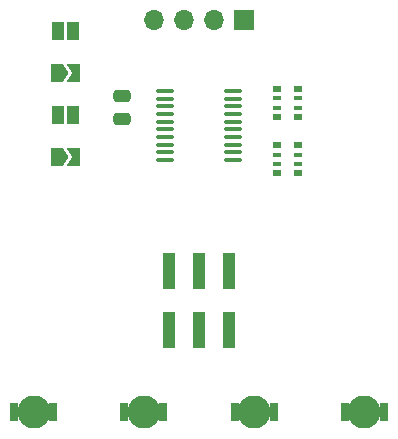
<source format=gbr>
%TF.GenerationSoftware,KiCad,Pcbnew,8.0.0*%
%TF.CreationDate,2024-07-14T16:28:41-05:00*%
%TF.ProjectId,Rick,5269636b-2e6b-4696-9361-645f70636258,rev?*%
%TF.SameCoordinates,Original*%
%TF.FileFunction,Soldermask,Bot*%
%TF.FilePolarity,Negative*%
%FSLAX46Y46*%
G04 Gerber Fmt 4.6, Leading zero omitted, Abs format (unit mm)*
G04 Created by KiCad (PCBNEW 8.0.0) date 2024-07-14 16:28:41*
%MOMM*%
%LPD*%
G01*
G04 APERTURE LIST*
G04 Aperture macros list*
%AMRoundRect*
0 Rectangle with rounded corners*
0 $1 Rounding radius*
0 $2 $3 $4 $5 $6 $7 $8 $9 X,Y pos of 4 corners*
0 Add a 4 corners polygon primitive as box body*
4,1,4,$2,$3,$4,$5,$6,$7,$8,$9,$2,$3,0*
0 Add four circle primitives for the rounded corners*
1,1,$1+$1,$2,$3*
1,1,$1+$1,$4,$5*
1,1,$1+$1,$6,$7*
1,1,$1+$1,$8,$9*
0 Add four rect primitives between the rounded corners*
20,1,$1+$1,$2,$3,$4,$5,0*
20,1,$1+$1,$4,$5,$6,$7,0*
20,1,$1+$1,$6,$7,$8,$9,0*
20,1,$1+$1,$8,$9,$2,$3,0*%
%AMFreePoly0*
4,1,6,1.000000,0.000000,0.500000,-0.750000,-0.500000,-0.750000,-0.500000,0.750000,0.500000,0.750000,1.000000,0.000000,1.000000,0.000000,$1*%
%AMFreePoly1*
4,1,6,0.500000,-0.750000,-0.650000,-0.750000,-0.150000,0.000000,-0.650000,0.750000,0.500000,0.750000,0.500000,-0.750000,0.500000,-0.750000,$1*%
G04 Aperture macros list end*
%ADD10RoundRect,0.100000X-0.637500X-0.100000X0.637500X-0.100000X0.637500X0.100000X-0.637500X0.100000X0*%
%ADD11R,0.800000X0.500000*%
%ADD12R,0.800000X0.400000*%
%ADD13R,1.000000X1.500000*%
%ADD14FreePoly0,0.000000*%
%ADD15FreePoly1,0.000000*%
%ADD16R,1.700000X1.700000*%
%ADD17O,1.700000X1.700000*%
%ADD18R,1.000000X3.150000*%
%ADD19C,2.800000*%
%ADD20R,0.800000X1.600000*%
%ADD21RoundRect,0.250000X0.475000X-0.250000X0.475000X0.250000X-0.475000X0.250000X-0.475000X-0.250000X0*%
G04 APERTURE END LIST*
D10*
%TO.C,U1*%
X167475000Y-78825000D03*
X167475000Y-78175000D03*
X167475000Y-77525000D03*
X167475000Y-76875000D03*
X167475000Y-76225000D03*
X167475000Y-75575000D03*
X167475000Y-74925000D03*
X167475000Y-74275000D03*
X167475000Y-73625000D03*
X167475000Y-72975000D03*
X173200000Y-72975000D03*
X173200000Y-73625000D03*
X173200000Y-74275000D03*
X173200000Y-74925000D03*
X173200000Y-75575000D03*
X173200000Y-76225000D03*
X173200000Y-76875000D03*
X173200000Y-77525000D03*
X173200000Y-78175000D03*
X173200000Y-78825000D03*
%TD*%
D11*
%TO.C,RN2*%
X178750000Y-72800000D03*
D12*
X178750000Y-73600000D03*
X178750000Y-74400000D03*
D11*
X178750000Y-75200000D03*
X176950000Y-75200000D03*
D12*
X176950000Y-74400000D03*
X176950000Y-73600000D03*
D11*
X176950000Y-72800000D03*
%TD*%
%TO.C,RN1*%
X176950000Y-79950000D03*
D12*
X176950000Y-79150000D03*
X176950000Y-78350000D03*
D11*
X176950000Y-77550000D03*
X178750000Y-77550000D03*
D12*
X178750000Y-78350000D03*
X178750000Y-79150000D03*
D11*
X178750000Y-79950000D03*
%TD*%
D13*
%TO.C,JP4*%
X158375000Y-67900000D03*
X159675000Y-67900000D03*
%TD*%
D14*
%TO.C,JP3*%
X158300000Y-71450000D03*
D15*
X159750000Y-71450000D03*
%TD*%
D13*
%TO.C,JP2*%
X158375000Y-75000000D03*
X159675000Y-75000000D03*
%TD*%
D14*
%TO.C,JP1*%
X158300000Y-78550000D03*
D15*
X159750000Y-78550000D03*
%TD*%
D16*
%TO.C,J2*%
X174130000Y-67000000D03*
D17*
X171590000Y-67000000D03*
X169050000Y-67000000D03*
X166510000Y-67000000D03*
%TD*%
D18*
%TO.C,J1*%
X172890000Y-93225000D03*
X172890000Y-88175000D03*
X170350000Y-93225000D03*
X170350000Y-88175000D03*
X167810000Y-93225000D03*
X167810000Y-88175000D03*
%TD*%
D19*
%TO.C,D4*%
X184350000Y-100150000D03*
D20*
X186000000Y-100150000D03*
X182700000Y-100150000D03*
%TD*%
D19*
%TO.C,D3*%
X175016666Y-100150000D03*
D20*
X176666666Y-100150000D03*
X173366666Y-100150000D03*
%TD*%
D19*
%TO.C,D2*%
X165683333Y-100150000D03*
D20*
X167333333Y-100150000D03*
X164033333Y-100150000D03*
%TD*%
D19*
%TO.C,D1*%
X156350000Y-100150000D03*
D20*
X158000000Y-100150000D03*
X154700000Y-100150000D03*
%TD*%
D21*
%TO.C,C1*%
X163850000Y-75300000D03*
X163850000Y-73400000D03*
%TD*%
M02*

</source>
